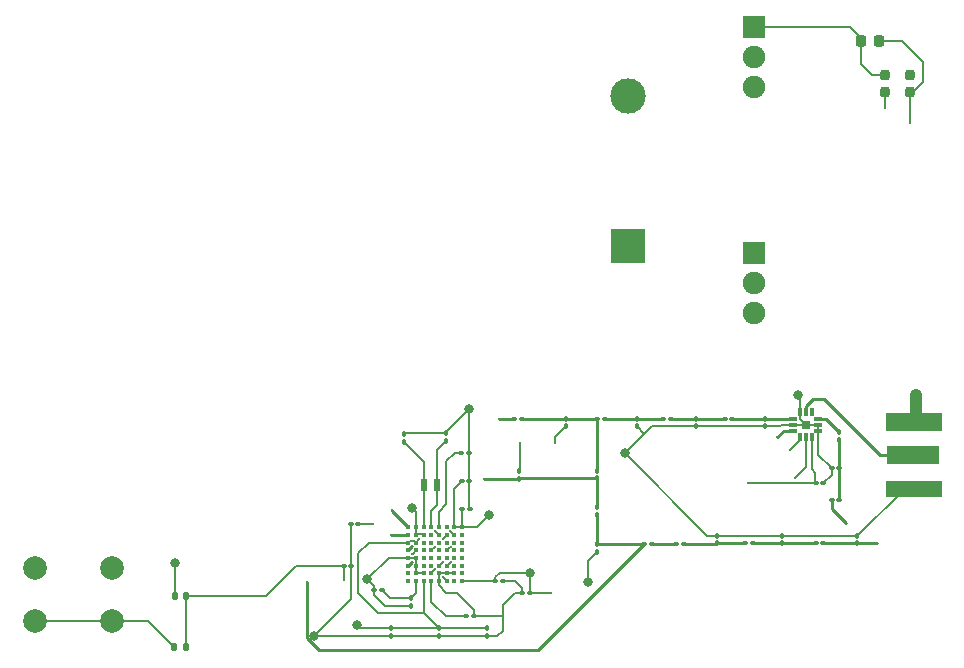
<source format=gbr>
%TF.GenerationSoftware,KiCad,Pcbnew,6.0.9-8da3e8f707~117~ubuntu22.04.1*%
%TF.CreationDate,2022-12-19T03:44:25-03:00*%
%TF.ProjectId,kiproject,6b697072-6f6a-4656-9374-2e6b69636164,rev?*%
%TF.SameCoordinates,Original*%
%TF.FileFunction,Copper,L1,Top*%
%TF.FilePolarity,Positive*%
%FSLAX46Y46*%
G04 Gerber Fmt 4.6, Leading zero omitted, Abs format (unit mm)*
G04 Created by KiCad (PCBNEW 6.0.9-8da3e8f707~117~ubuntu22.04.1) date 2022-12-19 03:44:25*
%MOMM*%
%LPD*%
G01*
G04 APERTURE LIST*
G04 Aperture macros list*
%AMRoundRect*
0 Rectangle with rounded corners*
0 $1 Rounding radius*
0 $2 $3 $4 $5 $6 $7 $8 $9 X,Y pos of 4 corners*
0 Add a 4 corners polygon primitive as box body*
4,1,4,$2,$3,$4,$5,$6,$7,$8,$9,$2,$3,0*
0 Add four circle primitives for the rounded corners*
1,1,$1+$1,$2,$3*
1,1,$1+$1,$4,$5*
1,1,$1+$1,$6,$7*
1,1,$1+$1,$8,$9*
0 Add four rect primitives between the rounded corners*
20,1,$1+$1,$2,$3,$4,$5,0*
20,1,$1+$1,$4,$5,$6,$7,0*
20,1,$1+$1,$6,$7,$8,$9,0*
20,1,$1+$1,$8,$9,$2,$3,0*%
G04 Aperture macros list end*
%TA.AperFunction,SMDPad,CuDef*%
%ADD10RoundRect,0.225000X0.225000X0.250000X-0.225000X0.250000X-0.225000X-0.250000X0.225000X-0.250000X0*%
%TD*%
%TA.AperFunction,SMDPad,CuDef*%
%ADD11RoundRect,0.100000X0.130000X0.100000X-0.130000X0.100000X-0.130000X-0.100000X0.130000X-0.100000X0*%
%TD*%
%TA.AperFunction,SMDPad,CuDef*%
%ADD12RoundRect,0.100000X-0.130000X-0.100000X0.130000X-0.100000X0.130000X0.100000X-0.130000X0.100000X0*%
%TD*%
%TA.AperFunction,SMDPad,CuDef*%
%ADD13RoundRect,0.100000X0.100000X-0.130000X0.100000X0.130000X-0.100000X0.130000X-0.100000X-0.130000X0*%
%TD*%
%TA.AperFunction,SMDPad,CuDef*%
%ADD14RoundRect,0.140000X0.140000X0.170000X-0.140000X0.170000X-0.140000X-0.170000X0.140000X-0.170000X0*%
%TD*%
%TA.AperFunction,SMDPad,CuDef*%
%ADD15C,0.365760*%
%TD*%
%TA.AperFunction,SMDPad,CuDef*%
%ADD16RoundRect,0.200000X0.200000X0.250000X-0.200000X0.250000X-0.200000X-0.250000X0.200000X-0.250000X0*%
%TD*%
%TA.AperFunction,SMDPad,CuDef*%
%ADD17RoundRect,0.100000X-0.100000X0.130000X-0.100000X-0.130000X0.100000X-0.130000X0.100000X0.130000X0*%
%TD*%
%TA.AperFunction,ComponentPad*%
%ADD18C,2.000000*%
%TD*%
%TA.AperFunction,SMDPad,CuDef*%
%ADD19R,0.500000X1.000000*%
%TD*%
%TA.AperFunction,ComponentPad*%
%ADD20R,3.000000X3.000000*%
%TD*%
%TA.AperFunction,ComponentPad*%
%ADD21C,3.000000*%
%TD*%
%TA.AperFunction,SMDPad,CuDef*%
%ADD22RoundRect,0.140000X-0.140000X-0.170000X0.140000X-0.170000X0.140000X0.170000X-0.140000X0.170000X0*%
%TD*%
%TA.AperFunction,ComponentPad*%
%ADD23R,1.905000X1.905000*%
%TD*%
%TA.AperFunction,ComponentPad*%
%ADD24C,1.905000*%
%TD*%
%TA.AperFunction,SMDPad,CuDef*%
%ADD25RoundRect,0.006600X-0.308400X-0.103400X0.308400X-0.103400X0.308400X0.103400X-0.308400X0.103400X0*%
%TD*%
%TA.AperFunction,SMDPad,CuDef*%
%ADD26RoundRect,0.017600X-0.092400X-0.297400X0.092400X-0.297400X0.092400X0.297400X-0.092400X0.297400X0*%
%TD*%
%TA.AperFunction,SMDPad,CuDef*%
%ADD27R,0.760000X0.760000*%
%TD*%
%TA.AperFunction,SMDPad,CuDef*%
%ADD28R,4.400000X1.500000*%
%TD*%
%TA.AperFunction,SMDPad,CuDef*%
%ADD29R,4.700000X1.350000*%
%TD*%
%TA.AperFunction,SMDPad,CuDef*%
%ADD30R,4.700000X1.500000*%
%TD*%
%TA.AperFunction,ViaPad*%
%ADD31C,0.800000*%
%TD*%
%TA.AperFunction,ViaPad*%
%ADD32C,0.300000*%
%TD*%
%TA.AperFunction,Conductor*%
%ADD33C,0.200000*%
%TD*%
%TA.AperFunction,Conductor*%
%ADD34C,1.000000*%
%TD*%
%TA.AperFunction,Conductor*%
%ADD35C,0.250000*%
%TD*%
%TA.AperFunction,Conductor*%
%ADD36C,0.293370*%
%TD*%
%TA.AperFunction,Conductor*%
%ADD37C,0.089000*%
%TD*%
G04 APERTURE END LIST*
D10*
%TO.P,C31,1*%
%TO.N,RFSW PWR*%
X111163400Y-39878000D03*
%TO.P,C31,2*%
%TO.N,GND*%
X109613400Y-39878000D03*
%TD*%
D11*
%TO.P,L3,1,1*%
%TO.N,Net-(C20-Pad1)*%
X93520000Y-71875000D03*
%TO.P,L3,2,2*%
%TO.N,Net-(C22-Pad1)*%
X92880000Y-71875000D03*
%TD*%
D12*
%TO.P,C9,1*%
%TO.N,Net-(C9-Pad1)*%
X76184800Y-88595200D03*
%TO.P,C9,2*%
%TO.N,GND*%
X76824800Y-88595200D03*
%TD*%
D13*
%TO.P,C30,1*%
%TO.N,PA00 XIN32*%
X70967600Y-73827600D03*
%TO.P,C30,2*%
%TO.N,GND*%
X70967600Y-73187600D03*
%TD*%
D12*
%TO.P,C6,1*%
%TO.N,Net-(C6-Pad1)*%
X75780000Y-74800000D03*
%TO.P,C6,2*%
%TO.N,GND*%
X76420000Y-74800000D03*
%TD*%
D14*
%TO.P,R1,1*%
%TO.N,Net-(C3-Pad1)*%
X52448400Y-91236800D03*
%TO.P,R1,2*%
%TO.N,Net-(R1-Pad2)*%
X51488400Y-91236800D03*
%TD*%
D15*
%TO.P,U4,A1,RFI_HF*%
%TO.N,RFI HF*%
X71301100Y-81082800D03*
%TO.P,U4,A2,GND_RF*%
%TO.N,GND*%
X71951100Y-81082800D03*
%TO.P,U4,A3,PA00*%
%TO.N,PA00 XIN32*%
X72601100Y-81082800D03*
%TO.P,U4,A4,PA01*%
%TO.N,PA01 XOUT32*%
X73251100Y-81082800D03*
%TO.P,U4,A5,VDDCORE*%
%TO.N,Net-(C6-Pad1)*%
X73901100Y-81082800D03*
%TO.P,U4,A6,VSW*%
%TO.N,unconnected-(U4-PadA6)*%
X74551100Y-81082800D03*
%TO.P,U4,A7,VDDIN*%
%TO.N,VDD*%
X75201100Y-81082800D03*
%TO.P,U4,A8,VDDIO2*%
X75851100Y-81082800D03*
%TO.P,U4,B1,RFO_HF*%
%TO.N,RFO HF*%
X71301100Y-81732800D03*
%TO.P,U4,B2,GND_RF*%
%TO.N,GND*%
X71951100Y-81732800D03*
%TO.P,U4,B3,GNDANA*%
X72601100Y-81732800D03*
%TO.P,U4,B4,PB02*%
%TO.N,unconnected-(U4-PadB4)*%
X73251100Y-81732800D03*
%TO.P,U4,B5,GND*%
%TO.N,GND*%
X73901100Y-81732800D03*
%TO.P,U4,B6,~{RESET}*%
%TO.N,Net-(C3-Pad1)*%
X74551100Y-81732800D03*
%TO.P,U4,B7,GND*%
%TO.N,GND*%
X75201100Y-81732800D03*
%TO.P,U4,B8,PA24*%
%TO.N,unconnected-(U4-PadB8)*%
X75851100Y-81732800D03*
%TO.P,U4,C1,VBAT_RF*%
%TO.N,VDDA*%
X71301100Y-82382800D03*
%TO.P,U4,C2,VDDANA*%
X71951100Y-82382800D03*
%TO.P,U4,C3,PB03*%
%TO.N,unconnected-(U4-PadC3)*%
X72601100Y-82382800D03*
%TO.P,U4,C4,PA05*%
%TO.N,PA05 S0 UART RX*%
X73251100Y-82382800D03*
%TO.P,U4,C5,PA30*%
%TO.N,unconnected-(U4-PadC5)*%
X73901100Y-82382800D03*
%TO.P,U4,C6,PA28*%
%TO.N,unconnected-(U4-PadC6)*%
X74551100Y-82382800D03*
%TO.P,U4,C7,PB23*%
%TO.N,unconnected-(U4-PadC7)*%
X75201100Y-82382800D03*
%TO.P,U4,C8,PA25*%
%TO.N,unconnected-(U4-PadC8)*%
X75851100Y-82382800D03*
%TO.P,U4,D1,VR_PA*%
%TO.N,VR PA*%
X71301100Y-83032800D03*
%TO.P,U4,D2,RXTX*%
%TO.N,TXRX*%
X71951100Y-83032800D03*
%TO.P,U4,D3,PA04*%
%TO.N,PA04 S0 UART TX*%
X72601100Y-83032800D03*
%TO.P,U4,D4,GND*%
%TO.N,GND*%
X73251100Y-83032800D03*
%TO.P,U4,D5,PA31*%
%TO.N,unconnected-(U4-PadD5)*%
X73901100Y-83032800D03*
%TO.P,U4,D6,GND*%
%TO.N,GND*%
X74551100Y-83032800D03*
%TO.P,U4,D7,PA23*%
%TO.N,unconnected-(U4-PadD7)*%
X75201100Y-83032800D03*
%TO.P,U4,D8,PA22*%
%TO.N,unconnected-(U4-PadD8)*%
X75851100Y-83032800D03*
%TO.P,U4,E1,GND_RF*%
%TO.N,GND*%
X71301100Y-83682800D03*
%TO.P,U4,E2,GNDANA*%
X71951100Y-83682800D03*
%TO.P,U4,E3,PA06*%
%TO.N,unconnected-(U4-PadE3)*%
X72601100Y-83682800D03*
%TO.P,U4,E4,PA27*%
%TO.N,unconnected-(U4-PadE4)*%
X73251100Y-83682800D03*
%TO.P,U4,E5,PB22*%
%TO.N,unconnected-(U4-PadE5)*%
X73901100Y-83682800D03*
%TO.P,U4,E6,PA17*%
%TO.N,unconnected-(U4-PadE6)*%
X74551100Y-83682800D03*
%TO.P,U4,E7,PA18*%
%TO.N,unconnected-(U4-PadE7)*%
X75201100Y-83682800D03*
%TO.P,U4,E8,PA19*%
%TO.N,unconnected-(U4-PadE8)*%
X75851100Y-83682800D03*
%TO.P,U4,F1,PA_BOOST*%
%TO.N,PA BOOST*%
X71301100Y-84332800D03*
%TO.P,U4,F2,GND_RF*%
%TO.N,GND*%
X71951100Y-84332800D03*
%TO.P,U4,F3,PA07*%
%TO.N,unconnected-(U4-PadF3)*%
X72601100Y-84332800D03*
%TO.P,U4,F4,PA08*%
%TO.N,unconnected-(U4-PadF4)*%
X73251100Y-84332800D03*
%TO.P,U4,F5,PA09*%
%TO.N,RFSW PWR*%
X73901100Y-84332800D03*
%TO.P,U4,F6,PA13*%
%TO.N,BAND SEL*%
X74551100Y-84332800D03*
%TO.P,U4,F7,PA16*%
%TO.N,unconnected-(U4-PadF7)*%
X75201100Y-84332800D03*
%TO.P,U4,F8,PA14*%
%TO.N,unconnected-(U4-PadF8)*%
X75851100Y-84332800D03*
%TO.P,U4,G1,RFO_LF*%
%TO.N,unconnected-(U4-PadG1)*%
X71301100Y-84982800D03*
%TO.P,U4,G2,GND_RF*%
%TO.N,GND*%
X71951100Y-84982800D03*
%TO.P,U4,G3,GND_RF*%
X72601100Y-84982800D03*
%TO.P,U4,G4,VDDIO1*%
%TO.N,VDD*%
X73251100Y-84982800D03*
%TO.P,U4,G5,GND_RF*%
%TO.N,GND*%
X73901100Y-84982800D03*
%TO.P,U4,G6,GND_RF*%
X74551100Y-84982800D03*
%TO.P,U4,G7,GND_RF*%
X75201100Y-84982800D03*
%TO.P,U4,G8,PA15*%
%TO.N,unconnected-(U4-PadG8)*%
X75851100Y-84982800D03*
%TO.P,U4,H1,RFI_LF*%
%TO.N,unconnected-(U4-PadH1)*%
X71301100Y-85632800D03*
%TO.P,U4,H2,VR_ANA*%
%TO.N,Net-(C7-Pad1)*%
X71951100Y-85632800D03*
%TO.P,U4,H3,VBAT_ANA*%
%TO.N,VDDA*%
X72601100Y-85632800D03*
%TO.P,U4,H4,VR_DIG*%
%TO.N,Net-(C9-Pad1)*%
X73251100Y-85632800D03*
%TO.P,U4,H5,GND_RF*%
%TO.N,GND*%
X73901100Y-85632800D03*
%TO.P,U4,H6,XTA*%
%TO.N,XTA*%
X74551100Y-85632800D03*
%TO.P,U4,H7,XTB*%
%TO.N,unconnected-(U4-PadH7)*%
X75201100Y-85632800D03*
%TO.P,U4,H8,VBAT_DIG*%
%TO.N,VDD*%
X75851100Y-85632800D03*
%TD*%
D11*
%TO.P,C5,1*%
%TO.N,VDDA*%
X67071200Y-80822800D03*
%TO.P,C5,2*%
%TO.N,GND*%
X66431200Y-80822800D03*
%TD*%
D12*
%TO.P,C15,1*%
%TO.N,RFSW PWR*%
X105805000Y-77325000D03*
%TO.P,C15,2*%
%TO.N,GND*%
X106445000Y-77325000D03*
%TD*%
D11*
%TO.P,C8,1*%
%TO.N,Net-(C7-Pad1)*%
X69052400Y-86410800D03*
%TO.P,C8,2*%
%TO.N,GND*%
X68412400Y-86410800D03*
%TD*%
%TO.P,L4,1,1*%
%TO.N,Net-(C21-Pad1)*%
X100470000Y-82425000D03*
%TO.P,L4,2,2*%
%TO.N,Net-(C23-Pad1)*%
X99830000Y-82425000D03*
%TD*%
D12*
%TO.P,C2,1*%
%TO.N,VDD*%
X75855000Y-79500000D03*
%TO.P,C2,2*%
%TO.N,GND*%
X76495000Y-79500000D03*
%TD*%
D11*
%TO.P,C19,1*%
%TO.N,Net-(C18-Pad2)*%
X107795000Y-76100000D03*
%TO.P,C19,2*%
%TO.N,GND*%
X107155000Y-76100000D03*
%TD*%
D16*
%TO.P,XC1,1,NC*%
%TO.N,unconnected-(XC1-Pad1)*%
X113750200Y-42809000D03*
%TO.P,XC1,2,GND*%
%TO.N,GND*%
X111700201Y-42809000D03*
%TO.P,XC1,3,OUTPUT*%
%TO.N,XTA*%
X111700201Y-44259000D03*
%TO.P,XC1,4,VDD*%
%TO.N,RFSW PWR*%
X113750200Y-44259000D03*
%TD*%
D13*
%TO.P,C21,1*%
%TO.N,Net-(C21-Pad1)*%
X102950000Y-82445000D03*
%TO.P,C21,2*%
%TO.N,GND*%
X102950000Y-81805000D03*
%TD*%
D17*
%TO.P,C11,1*%
%TO.N,VDDA*%
X73914000Y-89646800D03*
%TO.P,C11,2*%
%TO.N,GND*%
X73914000Y-90286800D03*
%TD*%
D13*
%TO.P,C29,1*%
%TO.N,PA01 XOUT32*%
X74472800Y-73776800D03*
%TO.P,C29,2*%
%TO.N,GND*%
X74472800Y-73136800D03*
%TD*%
D11*
%TO.P,L1,1,1*%
%TO.N,Net-(C16-Pad1)*%
X98720000Y-71875000D03*
%TO.P,L1,2,2*%
%TO.N,Net-(C20-Pad1)*%
X98080000Y-71875000D03*
%TD*%
D18*
%TO.P,SW1,1,1*%
%TO.N,GND*%
X46177200Y-84552400D03*
X39677200Y-84552400D03*
%TO.P,SW1,2,2*%
%TO.N,Net-(R1-Pad2)*%
X39677200Y-89052400D03*
X46177200Y-89052400D03*
%TD*%
D17*
%TO.P,C20,1*%
%TO.N,Net-(C20-Pad1)*%
X95700000Y-71880000D03*
%TO.P,C20,2*%
%TO.N,GND*%
X95700000Y-72520000D03*
%TD*%
D19*
%TO.P,Y1,1,1*%
%TO.N,PA01 XOUT32*%
X73752800Y-77520800D03*
%TO.P,Y1,2,2*%
%TO.N,PA00 XIN32*%
X72652800Y-77520800D03*
%TD*%
D11*
%TO.P,C24,1*%
%TO.N,Net-(C22-Pad1)*%
X87920000Y-71875000D03*
%TO.P,C24,2*%
%TO.N,Net-(C24-Pad2)*%
X87280000Y-71875000D03*
%TD*%
D20*
%TO.P,BT1,1,+*%
%TO.N,Net-(BT1-Pad1)*%
X89865200Y-57302400D03*
D21*
%TO.P,BT1,2,-*%
%TO.N,GND*%
X89865200Y-44602400D03*
%TD*%
D11*
%TO.P,L9,1,1*%
%TO.N,Net-(C24-Pad2)*%
X80920000Y-71925000D03*
%TO.P,L9,2,2*%
%TO.N,PA BOOST*%
X80280000Y-71925000D03*
%TD*%
D22*
%TO.P,R2,1*%
%TO.N,VDD*%
X51539200Y-86918800D03*
%TO.P,R2,2*%
%TO.N,Net-(C3-Pad1)*%
X52499200Y-86918800D03*
%TD*%
D17*
%TO.P,C12,1*%
%TO.N,VDDA*%
X77927200Y-89646800D03*
%TO.P,C12,2*%
%TO.N,GND*%
X77927200Y-90286800D03*
%TD*%
D23*
%TO.P,U1,1,GND*%
%TO.N,GND*%
X100533200Y-57861200D03*
D24*
%TO.P,U1,2,VO*%
%TO.N,VDD*%
X100533200Y-60401200D03*
%TO.P,U1,3,VI*%
%TO.N,Net-(BT1-Pad1)*%
X100533200Y-62941200D03*
%TD*%
D13*
%TO.P,C27,1*%
%TO.N,VR PA*%
X80700000Y-76970000D03*
%TO.P,C27,2*%
%TO.N,GND*%
X80700000Y-76330000D03*
%TD*%
D17*
%TO.P,C22,1*%
%TO.N,Net-(C22-Pad1)*%
X90625000Y-71880000D03*
%TO.P,C22,2*%
%TO.N,GND*%
X90625000Y-72520000D03*
%TD*%
%TO.P,C28,1*%
%TO.N,RFO HF*%
X87275000Y-82505000D03*
%TO.P,C28,2*%
%TO.N,GND*%
X87275000Y-83145000D03*
%TD*%
D23*
%TO.P,U2,1,GND*%
%TO.N,GND*%
X100533200Y-38709600D03*
D24*
%TO.P,U2,2,VO*%
%TO.N,VDDA*%
X100533200Y-41249600D03*
%TO.P,U2,3,VI*%
%TO.N,Net-(BT1-Pad1)*%
X100533200Y-43789600D03*
%TD*%
D17*
%TO.P,C18,1*%
%TO.N,Net-(C18-Pad1)*%
X107800000Y-73030000D03*
%TO.P,C18,2*%
%TO.N,Net-(C18-Pad2)*%
X107800000Y-73670000D03*
%TD*%
D12*
%TO.P,C13,1*%
%TO.N,VDD*%
X78680000Y-85625000D03*
%TO.P,C13,2*%
%TO.N,GND*%
X79320000Y-85625000D03*
%TD*%
D11*
%TO.P,L5,1,1*%
%TO.N,Net-(C18-Pad2)*%
X107795000Y-78775000D03*
%TO.P,L5,2,2*%
%TO.N,RFI HF*%
X107155000Y-78775000D03*
%TD*%
%TO.P,C1,1*%
%TO.N,VDD*%
X81600000Y-86614000D03*
%TO.P,C1,2*%
%TO.N,GND*%
X80960000Y-86614000D03*
%TD*%
%TO.P,L6,1,1*%
%TO.N,Net-(C23-Pad1)*%
X94620000Y-82480000D03*
%TO.P,L6,2,2*%
%TO.N,Net-(C26-Pad1)*%
X93980000Y-82480000D03*
%TD*%
D17*
%TO.P,C7,1*%
%TO.N,Net-(C7-Pad1)*%
X71526400Y-87106800D03*
%TO.P,C7,2*%
%TO.N,GND*%
X71526400Y-87746800D03*
%TD*%
%TO.P,L7,1,1*%
%TO.N,Net-(C24-Pad2)*%
X87275000Y-76275000D03*
%TO.P,L7,2,2*%
%TO.N,VR PA*%
X87275000Y-76915000D03*
%TD*%
%TO.P,L8,1,1*%
%TO.N,VR PA*%
X87275000Y-79405000D03*
%TO.P,L8,2,2*%
%TO.N,RFO HF*%
X87275000Y-80045000D03*
%TD*%
%TO.P,C16,1*%
%TO.N,Net-(C16-Pad1)*%
X101525000Y-71880000D03*
%TO.P,C16,2*%
%TO.N,GND*%
X101525000Y-72520000D03*
%TD*%
D12*
%TO.P,C4,1*%
%TO.N,VDD*%
X75830000Y-77200000D03*
%TO.P,C4,2*%
%TO.N,GND*%
X76470000Y-77200000D03*
%TD*%
D13*
%TO.P,C17,1*%
%TO.N,Net-(C17-Pad1)*%
X109325000Y-82445000D03*
%TO.P,C17,2*%
%TO.N,GND*%
X109325000Y-81805000D03*
%TD*%
D25*
%TO.P,U3,1,J1*%
%TO.N,Net-(C16-Pad1)*%
X103910000Y-71900000D03*
%TO.P,U3,2,GND*%
%TO.N,GND*%
X103910000Y-72400000D03*
%TO.P,U3,3,J3*%
%TO.N,Net-(C17-Pad1)*%
X103910000Y-72900000D03*
D26*
%TO.P,U3,4,V1*%
%TO.N,BAND SEL*%
X104450000Y-73440000D03*
%TO.P,U3,5,V2*%
%TO.N,TXRX*%
X104950000Y-73440000D03*
%TO.P,U3,6,VDD*%
%TO.N,RFSW PWR*%
X105450000Y-73440000D03*
D25*
%TO.P,U3,7,GND*%
%TO.N,GND*%
X105990000Y-72900000D03*
%TO.P,U3,8,GND*%
X105990000Y-72400000D03*
%TO.P,U3,9,J2*%
%TO.N,Net-(C18-Pad1)*%
X105990000Y-71900000D03*
D26*
%TO.P,U3,10,GND*%
%TO.N,GND*%
X105450000Y-71360000D03*
%TO.P,U3,11,RFC*%
%TO.N,Net-(J1-Pad1)*%
X104950000Y-71360000D03*
%TO.P,U3,12,GND*%
%TO.N,GND*%
X104450000Y-71360000D03*
D27*
%TO.P,U3,13,GND*%
X104950000Y-72400000D03*
%TD*%
D13*
%TO.P,C23,1*%
%TO.N,Net-(C23-Pad1)*%
X97450000Y-82445000D03*
%TO.P,C23,2*%
%TO.N,GND*%
X97450000Y-81805000D03*
%TD*%
D11*
%TO.P,C26,1*%
%TO.N,Net-(C26-Pad1)*%
X91895000Y-82500000D03*
%TO.P,C26,2*%
%TO.N,RFO HF*%
X91255000Y-82500000D03*
%TD*%
%TO.P,L2,1,1*%
%TO.N,Net-(C17-Pad1)*%
X106420000Y-82425000D03*
%TO.P,L2,2,2*%
%TO.N,Net-(C21-Pad1)*%
X105780000Y-82425000D03*
%TD*%
D12*
%TO.P,C3,1*%
%TO.N,Net-(C3-Pad1)*%
X65821600Y-84328000D03*
%TO.P,C3,2*%
%TO.N,GND*%
X66461600Y-84328000D03*
%TD*%
D28*
%TO.P,J1,1*%
%TO.N,Net-(J1-Pad1)*%
X114053300Y-74980800D03*
D29*
%TO.P,J1,2*%
%TO.N,GND*%
X114076300Y-77805800D03*
D30*
X114076300Y-72155800D03*
%TD*%
D17*
%TO.P,C10,1*%
%TO.N,VDDA*%
X69850000Y-89646800D03*
%TO.P,C10,2*%
%TO.N,GND*%
X69850000Y-90286800D03*
%TD*%
%TO.P,C25,1*%
%TO.N,Net-(C24-Pad2)*%
X84625000Y-71880000D03*
%TO.P,C25,2*%
%TO.N,GND*%
X84625000Y-72520000D03*
%TD*%
D31*
%TO.N,GND*%
X89650000Y-74825000D03*
X86500000Y-85725000D03*
D32*
X80725000Y-73950000D03*
D31*
X63347600Y-90271600D03*
D32*
X73575000Y-81375000D03*
D31*
X104325000Y-69850000D03*
D32*
X74875000Y-81375000D03*
X74900000Y-82725000D03*
D31*
X114250000Y-69850000D03*
D32*
X83700000Y-73950000D03*
D31*
X71625000Y-79425000D03*
X67818000Y-85496400D03*
D32*
X73575000Y-82725000D03*
D31*
X76475000Y-71025000D03*
D32*
%TO.N,RFSW PWR*%
X74250000Y-84000000D03*
X113750200Y-46875200D03*
X105725000Y-76450000D03*
X100050000Y-77325000D03*
%TO.N,Net-(C17-Pad1)*%
X102550000Y-73450000D03*
X111000000Y-82450000D03*
%TO.N,RFO HF*%
X69800000Y-81725000D03*
X62700000Y-85700000D03*
%TO.N,VR PA*%
X71625000Y-82700000D03*
X77725000Y-76975000D03*
%TO.N,RFI HF*%
X108325000Y-80700000D03*
X69900000Y-79650000D03*
%TO.N,PA BOOST*%
X71600000Y-84050000D03*
X71600000Y-84050000D03*
X78975000Y-71925000D03*
%TO.N,TXRX*%
X71625000Y-83325000D03*
X104075000Y-76875000D03*
%TO.N,BAND SEL*%
X74900000Y-84000000D03*
X103650000Y-74525000D03*
%TO.N,XTA*%
X111700000Y-45575000D03*
X74246650Y-85328350D03*
D31*
%TO.N,VDD*%
X78150000Y-80075000D03*
D32*
X83375000Y-86625000D03*
D31*
X81610200Y-84963000D03*
D32*
X73600000Y-84650000D03*
D31*
X51562000Y-84124800D03*
D32*
%TO.N,Net-(C3-Pad1)*%
X65825000Y-85550000D03*
X74225000Y-82050000D03*
D31*
%TO.N,VDDA*%
X66954400Y-89357200D03*
D32*
X72250000Y-82075000D03*
X68300000Y-80825000D03*
%TD*%
D33*
%TO.N,GND*%
X77962800Y-90322400D02*
X77927200Y-90286800D01*
X71951100Y-84332800D02*
X71951100Y-83682800D01*
X80725000Y-73950000D02*
X80725000Y-76305000D01*
X72058900Y-81625000D02*
X71951100Y-81732800D01*
X73575000Y-82725000D02*
X73558900Y-82725000D01*
X86500000Y-83920000D02*
X87275000Y-83145000D01*
X86500000Y-85725000D02*
X86500000Y-83920000D01*
X76470000Y-77200000D02*
X76470000Y-79475000D01*
X74551100Y-84982800D02*
X75201100Y-84982800D01*
X69631600Y-83682800D02*
X67818000Y-85496400D01*
X100533200Y-38709600D02*
X108725000Y-38709600D01*
X104450000Y-71360000D02*
X104450000Y-69975000D01*
X73901100Y-86001100D02*
X74525000Y-86625000D01*
X73901100Y-85632800D02*
X73901100Y-86001100D01*
X71526400Y-87746800D02*
X69338715Y-87746800D01*
X83700000Y-73445000D02*
X84625000Y-72520000D01*
D34*
X114250000Y-71982100D02*
X114076300Y-72155800D01*
D33*
X76420000Y-74800000D02*
X76475000Y-74745000D01*
X79298800Y-88798400D02*
X79298800Y-89865200D01*
X80335200Y-86664800D02*
X80909200Y-86664800D01*
X74472800Y-73136800D02*
X74472800Y-73027200D01*
X109626400Y-40119000D02*
X109867400Y-39878000D01*
X73914000Y-90286800D02*
X77927200Y-90286800D01*
X73575000Y-81406700D02*
X73901100Y-81732800D01*
X107155000Y-76615000D02*
X106445000Y-77325000D01*
X80960000Y-86210000D02*
X80375000Y-85625000D01*
X80960000Y-86614000D02*
X80960000Y-86210000D01*
X104950000Y-72400000D02*
X104450000Y-71900000D01*
X69338715Y-87746800D02*
X68412400Y-86820485D01*
X69850000Y-90286800D02*
X73914000Y-90286800D01*
X71951100Y-81082800D02*
X71951100Y-79751100D01*
X89650000Y-74825000D02*
X91955000Y-72520000D01*
X74900000Y-82725000D02*
X74858900Y-82725000D01*
X91955000Y-72520000D02*
X95700000Y-72520000D01*
X71951100Y-83682800D02*
X71301100Y-83682800D01*
X72493300Y-81625000D02*
X72058900Y-81625000D01*
X68412400Y-86820485D02*
X68412400Y-86410800D01*
X73558900Y-82725000D02*
X73251100Y-83032800D01*
X105990000Y-72400000D02*
X105990000Y-72900000D01*
X79298800Y-87701200D02*
X80335200Y-86664800D01*
X104950000Y-72400000D02*
X105990000Y-72400000D01*
X69834800Y-90271600D02*
X69850000Y-90286800D01*
X72601100Y-84982800D02*
X71951100Y-84982800D01*
X108725000Y-38709600D02*
X109893400Y-39878000D01*
X79298800Y-88595200D02*
X79298800Y-87701200D01*
X79298800Y-88595200D02*
X79298800Y-88798400D01*
X76470000Y-79475000D02*
X76495000Y-79500000D01*
X73575000Y-81375000D02*
X73575000Y-81406700D01*
X71951100Y-84982800D02*
X71951100Y-84332800D01*
X80909200Y-86664800D02*
X80960000Y-86614000D01*
X75400000Y-86625000D02*
X76824800Y-88049800D01*
X110525400Y-42809000D02*
X111700201Y-42809000D01*
X114076300Y-77805800D02*
X113324200Y-77805800D01*
X71018400Y-73136800D02*
X70967600Y-73187600D01*
X73901100Y-85632800D02*
X73901100Y-84982800D01*
X95700000Y-72520000D02*
X101525000Y-72520000D01*
X63347600Y-90271600D02*
X69834800Y-90271600D01*
X89650000Y-74825000D02*
X96630000Y-81805000D01*
X74472800Y-73027200D02*
X76475000Y-71025000D01*
X68412400Y-86410800D02*
X68412400Y-86090800D01*
X113791300Y-72440800D02*
X114076300Y-72155800D01*
X80725000Y-76305000D02*
X80700000Y-76330000D01*
X91275000Y-73200000D02*
X91275000Y-73170000D01*
X74525000Y-86625000D02*
X75400000Y-86625000D01*
X101530000Y-72525000D02*
X101525000Y-72520000D01*
X109613400Y-39878000D02*
X109613400Y-41897000D01*
X74858900Y-82725000D02*
X74551100Y-83032800D01*
X66461600Y-87157600D02*
X63347600Y-90271600D01*
X96630000Y-81805000D02*
X97450000Y-81805000D01*
X103910000Y-72400000D02*
X102925000Y-72400000D01*
X107155000Y-76100000D02*
X107155000Y-76615000D01*
X104450000Y-69975000D02*
X104325000Y-69850000D01*
X66461600Y-80853200D02*
X66431200Y-80822800D01*
X72601100Y-81732800D02*
X72493300Y-81625000D01*
X76824800Y-88595200D02*
X79298800Y-88595200D01*
D34*
X114250000Y-69850000D02*
X114250000Y-71982100D01*
D33*
X76420000Y-74800000D02*
X76420000Y-77150000D01*
X71301100Y-83682800D02*
X69631600Y-83682800D01*
X76475000Y-74745000D02*
X76475000Y-71025000D01*
X103910000Y-72400000D02*
X104950000Y-72400000D01*
X91275000Y-73170000D02*
X90625000Y-72520000D01*
X66461600Y-84328000D02*
X66461600Y-80853200D01*
X113324200Y-77805800D02*
X109325000Y-81805000D01*
X109325000Y-81805000D02*
X102950000Y-81805000D01*
X104450000Y-71900000D02*
X104450000Y-71360000D01*
X102800000Y-72525000D02*
X101530000Y-72525000D01*
X105990000Y-74935000D02*
X107155000Y-76100000D01*
X74472800Y-73136800D02*
X71018400Y-73136800D01*
X80375000Y-85625000D02*
X79320000Y-85625000D01*
X66461600Y-84328000D02*
X66461600Y-87157600D01*
X102925000Y-72400000D02*
X102800000Y-72525000D01*
X78841600Y-90322400D02*
X77962800Y-90322400D01*
X76824800Y-88049800D02*
X76824800Y-88595200D01*
X74875000Y-81406700D02*
X75201100Y-81732800D01*
X68412400Y-86090800D02*
X67818000Y-85496400D01*
X74875000Y-81375000D02*
X74875000Y-81406700D01*
X83700000Y-73950000D02*
X83700000Y-73445000D01*
X109613400Y-41897000D02*
X110525400Y-42809000D01*
X102950000Y-81805000D02*
X97450000Y-81805000D01*
X71951100Y-79751100D02*
X71625000Y-79425000D01*
X71951100Y-81732800D02*
X71951100Y-81082800D01*
X105990000Y-72900000D02*
X105990000Y-74935000D01*
X73901100Y-84982800D02*
X74551100Y-84982800D01*
X76420000Y-77150000D02*
X76470000Y-77200000D01*
X89650000Y-74825000D02*
X91275000Y-73200000D01*
X79298800Y-89865200D02*
X78841600Y-90322400D01*
%TO.N,RFSW PWR*%
X111417400Y-39878000D02*
X113131600Y-39878000D01*
X105725000Y-77245000D02*
X105805000Y-77325000D01*
X74233900Y-84000000D02*
X73910148Y-84323752D01*
X113750200Y-44259000D02*
X113750200Y-46875200D01*
X114909600Y-43383200D02*
X114033800Y-44259000D01*
X113131600Y-39878000D02*
X114909600Y-41656000D01*
X114033800Y-44259000D02*
X113750200Y-44259000D01*
X105725000Y-76450000D02*
X105725000Y-77245000D01*
X105450000Y-76175000D02*
X105450000Y-73440000D01*
X105725000Y-76450000D02*
X105450000Y-76175000D01*
X114909600Y-41656000D02*
X114909600Y-43383200D01*
X74250000Y-84000000D02*
X74233900Y-84000000D01*
X105805000Y-77325000D02*
X100050000Y-77325000D01*
D35*
%TO.N,Net-(C16-Pad1)*%
X101545000Y-71900000D02*
X101525000Y-71880000D01*
D36*
X103910000Y-71900000D02*
X101545000Y-71900000D01*
X101525000Y-71880000D02*
X98725000Y-71880000D01*
D35*
X98725000Y-71880000D02*
X98720000Y-71875000D01*
D33*
%TO.N,Net-(C17-Pad1)*%
X109330000Y-82450000D02*
X109325000Y-82445000D01*
D35*
X109305000Y-82425000D02*
X109325000Y-82445000D01*
D36*
X103910000Y-72900000D02*
X103100000Y-72900000D01*
X111000000Y-82450000D02*
X109330000Y-82450000D01*
X106420000Y-82425000D02*
X109305000Y-82425000D01*
X103100000Y-72900000D02*
X102550000Y-73450000D01*
%TO.N,Net-(C18-Pad1)*%
X106670000Y-71900000D02*
X107800000Y-73030000D01*
X105990000Y-71900000D02*
X106670000Y-71900000D01*
%TO.N,Net-(C18-Pad2)*%
X107795000Y-76100000D02*
X107795000Y-78775000D01*
X107800000Y-73670000D02*
X107800000Y-76095000D01*
D33*
X107800000Y-76095000D02*
X107795000Y-76100000D01*
D36*
%TO.N,Net-(C20-Pad1)*%
X98080000Y-71875000D02*
X95705000Y-71875000D01*
X95700000Y-71880000D02*
X93525000Y-71880000D01*
D35*
X95705000Y-71875000D02*
X95700000Y-71880000D01*
X93525000Y-71880000D02*
X93520000Y-71875000D01*
%TO.N,Net-(C21-Pad1)*%
X102930000Y-82425000D02*
X102950000Y-82445000D01*
D36*
X102950000Y-82445000D02*
X105760000Y-82445000D01*
D35*
X105760000Y-82445000D02*
X105780000Y-82425000D01*
D36*
X100470000Y-82425000D02*
X102930000Y-82425000D01*
D35*
%TO.N,Net-(C22-Pad1)*%
X90630000Y-71875000D02*
X90625000Y-71880000D01*
D36*
X90625000Y-71880000D02*
X87925000Y-71880000D01*
X92880000Y-71875000D02*
X90630000Y-71875000D01*
D35*
X87925000Y-71880000D02*
X87920000Y-71875000D01*
%TO.N,Net-(C23-Pad1)*%
X97415000Y-82480000D02*
X97450000Y-82445000D01*
X99810000Y-82445000D02*
X99830000Y-82425000D01*
D36*
X94620000Y-82480000D02*
X97415000Y-82480000D01*
X97450000Y-82445000D02*
X99810000Y-82445000D01*
D35*
%TO.N,Net-(C24-Pad2)*%
X84630000Y-71875000D02*
X84625000Y-71880000D01*
X84625000Y-71880000D02*
X84580000Y-71925000D01*
D36*
X84580000Y-71925000D02*
X80920000Y-71925000D01*
D35*
X87280000Y-76270000D02*
X87275000Y-76275000D01*
D36*
X87280000Y-71875000D02*
X84630000Y-71875000D01*
X87280000Y-71875000D02*
X87280000Y-76270000D01*
D35*
%TO.N,Net-(C26-Pad1)*%
X93960000Y-82500000D02*
X93980000Y-82480000D01*
D36*
X91895000Y-82500000D02*
X93960000Y-82500000D01*
%TO.N,RFO HF*%
X69800000Y-81725000D02*
X71293300Y-81725000D01*
X87275000Y-80045000D02*
X87275000Y-82505000D01*
X62700000Y-90492328D02*
X62700000Y-85700000D01*
X82255000Y-91500000D02*
X63707672Y-91500000D01*
X91255000Y-82500000D02*
X82255000Y-91500000D01*
X87275000Y-82505000D02*
X91250000Y-82505000D01*
X63707672Y-91500000D02*
X62700000Y-90492328D01*
D35*
X71293300Y-81725000D02*
X71301100Y-81732800D01*
X91250000Y-82505000D02*
X91255000Y-82500000D01*
%TO.N,VR PA*%
X71625000Y-82700000D02*
X71578248Y-82700000D01*
X87275000Y-76915000D02*
X80755000Y-76915000D01*
X80700000Y-76970000D02*
X77730000Y-76970000D01*
X77730000Y-76970000D02*
X77725000Y-76975000D01*
D36*
X87275000Y-76915000D02*
X87275000Y-79405000D01*
D35*
X71578248Y-82700000D02*
X71273274Y-83004974D01*
X80755000Y-76915000D02*
X80700000Y-76970000D01*
D33*
%TO.N,PA01 XOUT32*%
X73752800Y-79206000D02*
X73752800Y-77520800D01*
X73752800Y-74496800D02*
X74472800Y-73776800D01*
X73752800Y-77520800D02*
X73752800Y-74496800D01*
X73251100Y-81082800D02*
X73251100Y-79707700D01*
X73251100Y-79707700D02*
X73752800Y-79206000D01*
%TO.N,PA00 XIN32*%
X72601100Y-81082800D02*
X72601100Y-77733700D01*
X72652800Y-75512800D02*
X70967600Y-73827600D01*
X72601100Y-77733700D02*
X72814000Y-77520800D01*
X72652800Y-77520800D02*
X72652800Y-75512800D01*
D36*
%TO.N,Net-(J1-Pad1)*%
X105525000Y-70225000D02*
X104950000Y-70800000D01*
X111230800Y-74980800D02*
X106475000Y-70225000D01*
X104950000Y-70800000D02*
X104950000Y-71360000D01*
X114053300Y-74980800D02*
X111230800Y-74980800D01*
X106475000Y-70225000D02*
X105525000Y-70225000D01*
D33*
%TO.N,RFI HF*%
X69900000Y-79650000D02*
X69900000Y-79681700D01*
D36*
X69900000Y-79681700D02*
X71301100Y-81082800D01*
X107155000Y-79530000D02*
X108325000Y-80700000D01*
X107155000Y-78775000D02*
X107155000Y-79530000D01*
D33*
%TO.N,PA BOOST*%
X71608900Y-84025000D02*
X71625000Y-84025000D01*
D36*
X71301100Y-84332800D02*
X71600000Y-84050000D01*
D33*
X71600000Y-84050000D02*
X71608900Y-84025000D01*
D36*
X80280000Y-71925000D02*
X78975000Y-71925000D01*
D33*
%TO.N,TXRX*%
X71658900Y-83325000D02*
X71951100Y-83032800D01*
X104950000Y-76000000D02*
X104075000Y-76875000D01*
X71625000Y-83325000D02*
X71658900Y-83325000D01*
X104950000Y-73440000D02*
X104950000Y-76000000D01*
%TO.N,BAND SEL*%
X104450000Y-73440000D02*
X104450000Y-73725000D01*
X104450000Y-73725000D02*
X103650000Y-74525000D01*
X74883900Y-84000000D02*
X74551100Y-84332800D01*
X74900000Y-84000000D02*
X74883900Y-84000000D01*
%TO.N,XTA*%
X111700201Y-44259000D02*
X111700201Y-45574799D01*
X74551100Y-85632800D02*
X74246650Y-85328350D01*
X111700201Y-45574799D02*
X111700000Y-45575000D01*
%TO.N,VDD*%
X79037000Y-84963000D02*
X81610200Y-84963000D01*
X75858900Y-81075000D02*
X75851100Y-81082800D01*
D37*
X75855000Y-79500000D02*
X75851100Y-79503900D01*
D33*
X78680000Y-85320000D02*
X79037000Y-84963000D01*
X81600000Y-86614000D02*
X83364000Y-86614000D01*
X51562000Y-86896000D02*
X51539200Y-86918800D01*
X78672200Y-85632800D02*
X75851100Y-85632800D01*
X75201100Y-77828900D02*
X75201100Y-81082800D01*
X75830000Y-77200000D02*
X75201100Y-77828900D01*
X78680000Y-85625000D02*
X78672200Y-85632800D01*
X75851100Y-81082800D02*
X75219197Y-81082800D01*
D37*
X73583900Y-84650000D02*
X73600000Y-84650000D01*
D33*
X83364000Y-86614000D02*
X83375000Y-86625000D01*
X81600000Y-84973200D02*
X81610200Y-84963000D01*
X78150000Y-80075000D02*
X77150000Y-81075000D01*
X77150000Y-81075000D02*
X75858900Y-81075000D01*
X75219197Y-81082800D02*
X75210148Y-81073751D01*
X81600000Y-86614000D02*
X81600000Y-84973200D01*
X78680000Y-85625000D02*
X78680000Y-85320000D01*
X75851100Y-79503900D02*
X75851100Y-81082800D01*
X51562000Y-84124800D02*
X51562000Y-86896000D01*
X73251100Y-84982800D02*
X73583900Y-84650000D01*
%TO.N,Net-(C3-Pad1)*%
X61823600Y-84328000D02*
X65821600Y-84328000D01*
X52448400Y-86969600D02*
X52499200Y-86918800D01*
X52448400Y-91236800D02*
X52448400Y-86969600D01*
X65821600Y-84328000D02*
X65825000Y-84331400D01*
X59232800Y-86918800D02*
X61823600Y-84328000D01*
X52499200Y-86918800D02*
X59232800Y-86918800D01*
X74551100Y-81732800D02*
X74233900Y-82050000D01*
X65825000Y-84331400D02*
X65825000Y-85550000D01*
X74233900Y-82050000D02*
X74225000Y-82050000D01*
%TO.N,VDDA*%
X72250000Y-82075000D02*
X72250000Y-82083900D01*
X67934400Y-82382800D02*
X71301100Y-82382800D01*
X68681600Y-88290400D02*
X67056000Y-86664800D01*
X72250000Y-82083900D02*
X71951100Y-82382800D01*
X71818300Y-82250000D02*
X71951100Y-82382800D01*
X72601100Y-88333900D02*
X68725100Y-88333900D01*
X67071200Y-80822800D02*
X68297800Y-80822800D01*
X68297800Y-80822800D02*
X68300000Y-80825000D01*
X72601100Y-88333900D02*
X73914000Y-89646800D01*
X67056000Y-83261200D02*
X67934400Y-82382800D01*
X73914000Y-89646800D02*
X69850000Y-89646800D01*
X68725100Y-88333900D02*
X68681600Y-88290400D01*
X67244000Y-89646800D02*
X69850000Y-89646800D01*
X71433900Y-82250000D02*
X71818300Y-82250000D01*
X72601100Y-85632800D02*
X72601100Y-88333900D01*
X73914000Y-89646800D02*
X73797200Y-89646800D01*
X66954400Y-89357200D02*
X67244000Y-89646800D01*
X77927200Y-89646800D02*
X73914000Y-89646800D01*
X71301100Y-82382800D02*
X71433900Y-82250000D01*
X67056000Y-86664800D02*
X67056000Y-83261200D01*
%TO.N,Net-(C6-Pad1)*%
X73901100Y-79768900D02*
X73901100Y-81082800D01*
X74523600Y-75501400D02*
X74523600Y-79146400D01*
X75225000Y-74800000D02*
X74523600Y-75501400D01*
X74523600Y-79146400D02*
X73901100Y-79768900D01*
X75780000Y-74800000D02*
X75225000Y-74800000D01*
%TO.N,Net-(C7-Pad1)*%
X71526400Y-87106800D02*
X69748400Y-87106800D01*
X71951100Y-85632800D02*
X71951100Y-86682100D01*
X69748400Y-87106800D02*
X69052400Y-86410800D01*
X71951100Y-86682100D02*
X71526400Y-87106800D01*
%TO.N,Net-(C9-Pad1)*%
X74472800Y-88595200D02*
X73251100Y-87373500D01*
X73251100Y-87373500D02*
X73251100Y-85632800D01*
X76184800Y-88595200D02*
X74472800Y-88595200D01*
%TO.N,Net-(R1-Pad2)*%
X49304000Y-89052400D02*
X51488400Y-91236800D01*
X46177200Y-89052400D02*
X49304000Y-89052400D01*
X39677200Y-89052400D02*
X46177200Y-89052400D01*
%TD*%
M02*

</source>
